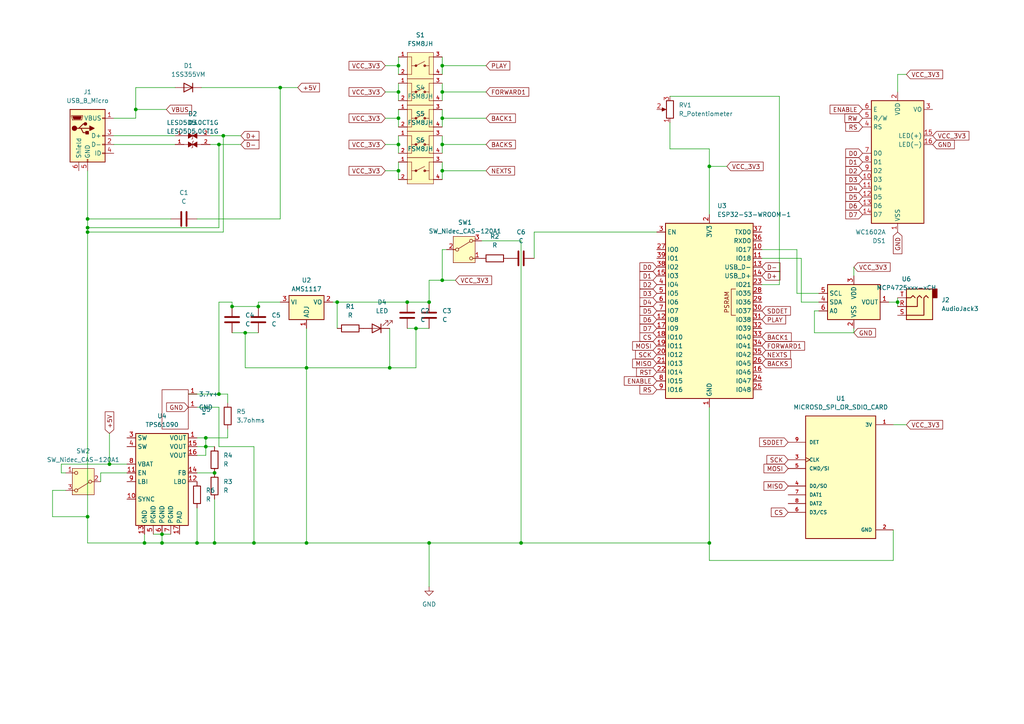
<source format=kicad_sch>
(kicad_sch (version 20250114) (generator "eeschema") (generator_version "9.0")
  (paper "A4")
  (lib_symbols
    (symbol "9373129:9373129"
      (property "Reference" "U" (at 0 0 0))
      (symbol "9373129_0_1"
        (rectangle (start -1.27 -1.27) (end 6.35 -12.7))
      )
      (symbol "9373129_1_1"
        (pin output line (at 6.35 -2.54 0) (length 2.54) (name "3.7v+") (number "1"))
        (pin output line (at 6.35 -6.35 0) (length 2.54) (name "GND") (number "1"))
      )
    )
    (symbol "Analog_DAC:MCP4725xxx-xCH"
      (property "Reference" "U" (at -6.35 6.35 0))
      (property "Value" "MCP4725xxx-xCH" (at 8.89 6.35 0))
      (symbol "MCP4725xxx-xCH_0_1"
        (rectangle (start -7.62 5.08) (end 7.62 -5.08) (stroke (width 0.254)) (fill (type background)))
      )
      (symbol "MCP4725xxx-xCH_1_1"
        (pin input line (at -10.16 2.54 0) (length 2.54) (name "SCL") (number "5"))
        (pin bidirectional line (at -10.16 0 0) (length 2.54) (name "SDA") (number "4"))
        (pin input line (at -10.16 -2.54 0) (length 2.54) (name "A0") (number "6"))
        (pin power_in line (at 0 7.62 270) (length 2.54) (name "VDD") (number "3"))
        (pin power_in line (at 0 -7.62 90) (length 2.54) (name "VSS") (number "2"))
        (pin output line (at 10.16 0 180) (length 2.54) (name "VOUT") (number "1"))
      )
    )
    (symbol "Connector:USB_B_Micro" (pin_names (offset 1.016))
      (property "Reference" "J" (at -5.08 11.43 0))
      (property "Value" "USB_B_Micro" (at -5.08 8.89 0))
      (symbol "USB_B_Micro_0_1"
        (rectangle (start -5.08 -7.62) (end 5.08 7.62) (stroke (width 0.254)) (fill (type background)))
        (polyline (pts (xy -4.699 5.842) (xy -4.699 5.588) (xy -4.445 4.826) (xy -4.445 4.572) (xy -1.651 4.572) (xy -1.651 4.826) (xy -1.397 5.588) (xy -1.397 5.842) (xy -4.699 5.842)))
        (polyline (pts (xy -4.318 5.588) (xy -1.778 5.588) (xy -2.032 4.826) (xy -4.064 4.826) (xy -4.318 5.588)) (fill (type outline)))
        (circle (center -3.81 2.159) (radius 0.635) (stroke (width 0.254)) (fill (type outline)))
        (polyline (pts (xy -3.175 2.159) (xy -2.54 2.159) (xy -1.27 3.429) (xy -0.635 3.429)) (stroke (width 0.254)))
        (polyline (pts (xy -2.54 2.159) (xy -1.905 2.159) (xy -1.27 0.889) (xy 0 0.889)) (stroke (width 0.254)))
        (polyline (pts (xy -1.905 2.159) (xy 0.635 2.159)) (stroke (width 0.254)))
        (circle (center -0.635 3.429) (radius 0.381) (stroke (width 0.254)) (fill (type outline)))
        (rectangle (start -0.127 -7.62) (end 0.127 -6.858))
        (rectangle (start 0.254 1.27) (end -0.508 0.508) (stroke (width 0.254)) (fill (type outline)))
        (polyline (pts (xy 0.635 2.794) (xy 0.635 1.524) (xy 1.905 2.159) (xy 0.635 2.794)) (stroke (width 0.254)) (fill (type outline)))
        (rectangle (start 5.08 4.953) (end 4.318 5.207))
        (rectangle (start 5.08 -0.127) (end 4.318 0.127))
        (rectangle (start 5.08 -2.667) (end 4.318 -2.413))
        (rectangle (start 5.08 -5.207) (end 4.318 -4.953))
      )
      (symbol "USB_B_Micro_1_1"
        (pin passive line (at -2.54 -10.16 90) (length 2.54) (name "Shield") (number "6"))
        (pin power_out line (at 0 -10.16 90) (length 2.54) (name "GND") (number "5"))
        (pin power_out line (at 7.62 5.08 180) (length 2.54) (name "VBUS") (number "1"))
        (pin bidirectional line (at 7.62 0 180) (length 2.54) (name "D+") (number "3"))
        (pin bidirectional line (at 7.62 -2.54 180) (length 2.54) (name "D-") (number "2"))
        (pin passive line (at 7.62 -5.08 180) (length 2.54) (name "ID") (number "4"))
      )
    )
    (symbol "Connector_Audio:AudioJack3"
      (property "Reference" "J" (at 0 8.89 0))
      (property "Value" "AudioJack3" (at 0 6.35 0))
      (symbol "AudioJack3_0_1"
        (rectangle (start -5.08 -5.08) (end -6.35 -2.54) (stroke (width 0.254)) (fill (type outline)))
        (polyline (pts (xy -1.905 -2.54) (xy -1.27 -3.175) (xy -0.635 -2.54) (xy -0.635 0) (xy 2.54 0)) (stroke (width 0.254)))
        (polyline (pts (xy 0 -2.54) (xy 0.635 -3.175) (xy 1.27 -2.54) (xy 2.54 -2.54)) (stroke (width 0.254)))
        (rectangle (start 2.54 3.81) (end -5.08 -5.08) (stroke (width 0.254)) (fill (type background)))
        (polyline (pts (xy 2.54 2.54) (xy -2.54 2.54) (xy -2.54 -2.54) (xy -3.175 -3.175) (xy -3.81 -2.54)) (stroke (width 0.254)))
      )
      (symbol "AudioJack3_1_1"
        (pin passive line (at 5.08 2.54 180) (length 2.54) (name "~") (number "S"))
        (pin passive line (at 5.08 0 180) (length 2.54) (name "~") (number "R"))
        (pin passive line (at 5.08 -2.54 180) (length 2.54) (name "~") (number "T"))
      )
    )
    (symbol "Device:C" (pin_numbers (hide yes)) (pin_names (offset 0.254))
      (property "Reference" "C" (at 0.635 2.54 0))
      (property "Value" "C" (at 0.635 -2.54 0))
      (symbol "C_0_1"
        (polyline (pts (xy -2.032 0.762) (xy 2.032 0.762)) (stroke (width 0.508)))
        (polyline (pts (xy -2.032 -0.762) (xy 2.032 -0.762)) (stroke (width 0.508)))
      )
      (symbol "C_1_1"
        (pin passive line (at 0 3.81 270) (length 2.794) (name "~") (number "1"))
        (pin passive line (at 0 -3.81 90) (length 2.794) (name "~") (number "2"))
      )
    )
    (symbol "Device:LED" (pin_numbers (hide yes)) (pin_names (offset 1.016) (hide yes))
      (property "Reference" "D" (at 0 2.54 0))
      (property "Value" "LED" (at 0 -2.54 0))
      (symbol "LED_0_1"
        (polyline (pts (xy -3.048 -0.762) (xy -4.572 -2.286) (xy -3.81 -2.286) (xy -4.572 -2.286) (xy -4.572 -1.524)))
        (polyline (pts (xy -1.778 -0.762) (xy -3.302 -2.286) (xy -2.54 -2.286) (xy -3.302 -2.286) (xy -3.302 -1.524)))
        (polyline (pts (xy -1.27 0) (xy 1.27 0)))
        (polyline (pts (xy -1.27 -1.27) (xy -1.27 1.27)) (stroke (width 0.254)))
        (polyline (pts (xy 1.27 -1.27) (xy 1.27 1.27) (xy -1.27 0) (xy 1.27 -1.27)) (stroke (width 0.254)))
      )
      (symbol "LED_1_1"
        (pin passive line (at -3.81 0 0) (length 2.54) (name "K") (number "1"))
        (pin passive line (at 3.81 0 180) (length 2.54) (name "A") (number "2"))
      )
    )
    (symbol "Device:R" (pin_numbers (hide yes)) (pin_names (offset 0))
      (property "Reference" "R" (at 2.032 0 90))
      (property "Value" "R" (at 0 0 90))
      (symbol "R_0_1"
        (rectangle (start -1.016 -2.54) (end 1.016 2.54) (stroke (width 0.254)))
      )
      (symbol "R_1_1"
        (pin passive line (at 0 3.81 270) (length 1.27) (name "~") (number "1"))
        (pin passive line (at 0 -3.81 90) (length 1.27) (name "~") (number "2"))
      )
    )
    (symbol "Device:R_Potentiometer" (pin_names (offset 1.016) (hide yes))
      (property "Reference" "RV" (at -4.445 0 90))
      (property "Value" "R_Potentiometer" (at -2.54 0 90))
      (symbol "R_Potentiometer_0_1"
        (rectangle (start 1.016 2.54) (end -1.016 -2.54) (stroke (width 0.254)))
        (polyline (pts (xy 1.143 0) (xy 2.286 0.508) (xy 2.286 -0.508) (xy 1.143 0)) (fill (type outline)))
        (polyline (pts (xy 2.54 0) (xy 1.524 0)))
      )
      (symbol "R_Potentiometer_1_1"
        (pin passive line (at 0 3.81 270) (length 1.27) (name "1") (number "1"))
        (pin passive line (at 0 -3.81 90) (length 1.27) (name "3") (number "3"))
        (pin passive line (at 3.81 0 180) (length 1.27) (name "2") (number "2"))
      )
    )
    (symbol "Diode:1SS355VM" (pin_numbers (hide yes)) (pin_names (hide yes))
      (property "Reference" "D" (at 0 2.54 0))
      (property "Value" "1SS355VM" (at 0 -2.54 0))
      (symbol "1SS355VM_0_1"
        (polyline (pts (xy -1.27 1.27) (xy -1.27 -1.27)) (stroke (width 0.254)))
        (polyline (pts (xy 1.27 1.27) (xy 1.27 -1.27) (xy -1.27 0) (xy 1.27 1.27)) (stroke (width 0.254)))
        (polyline (pts (xy 1.27 0) (xy -1.27 0)))
      )
      (symbol "1SS355VM_1_1"
        (pin passive line (at -3.81 0 0) (length 2.54) (name "K") (number "1"))
        (pin passive line (at 3.81 0 180) (length 2.54) (name "A") (number "2"))
      )
    )
    (symbol "Display_Character:WC1602A"
      (property "Reference" "DS" (at -5.842 19.05 0))
      (property "Value" "WC1602A" (at 5.334 19.05 0))
      (symbol "WC1602A_1_1"
        (rectangle (start -7.62 17.78) (end 7.62 -17.78) (stroke (width 0.254)) (fill (type background)))
        (pin input line (at -10.16 15.24 0) (length 2.54) (name "E") (number "6"))
        (pin input line (at -10.16 12.7 0) (length 2.54) (name "R/W") (number "5"))
        (pin input line (at -10.16 10.16 0) (length 2.54) (name "RS") (number "4"))
        (pin input line (at -10.16 2.54 0) (length 2.54) (name "D0") (number "7"))
        (pin input line (at -10.16 0 0) (length 2.54) (name "D1") (number "8"))
        (pin input line (at -10.16 -2.54 0) (length 2.54) (name "D2") (number "9"))
        (pin input line (at -10.16 -5.08 0) (length 2.54) (name "D3") (number "10"))
        (pin input line (at -10.16 -7.62 0) (length 2.54) (name "D4") (number "11"))
        (pin input line (at -10.16 -10.16 0) (length 2.54) (name "D5") (number "12"))
        (pin input line (at -10.16 -12.7 0) (length 2.54) (name "D6") (number "13"))
        (pin input line (at -10.16 -15.24 0) (length 2.54) (name "D7") (number "14"))
        (pin power_in line (at 0 20.32 270) (length 2.54) (name "VDD") (number "2"))
        (pin power_in line (at 0 -20.32 90) (length 2.54) (name "VSS") (number "1"))
        (pin input line (at 10.16 15.24 180) (length 2.54) (name "VO") (number "3"))
        (pin power_in line (at 10.16 7.62 180) (length 2.54) (name "LED(+)") (number "15"))
        (pin power_in line (at 10.16 5.08 180) (length 2.54) (name "LED(-)") (number "16"))
      )
    )
    (symbol "FSM8JH:FSM8JH" (pin_names (offset 1.016))
      (property "Reference" "S" (at -4.3222 4.068 0))
      (property "Value" "FSM8JH" (at -4.0644 -5.3346 0))
      (symbol "FSM8JH_0_0"
        (polyline (pts (xy -3.81 2.54) (xy -2.54 2.54)) (stroke (width 0.127)))
        (rectangle (start -3.81 -3.81) (end 3.81 3.81) (stroke (width 0.127)) (fill (type background)))
        (polyline (pts (xy -2.54 2.54) (xy -2.54 -2.54)) (stroke (width 0.127)))
        (polyline (pts (xy -2.54 0) (xy -1.27 0)) (stroke (width 0.127)))
        (polyline (pts (xy -2.54 -2.54) (xy -3.81 -2.54)) (stroke (width 0.127)))
        (circle (center -1.27 0) (radius 0.254) (stroke (width 0.2159)))
        (polyline (pts (xy -1.27 0) (xy 1.27 1.27)) (stroke (width 0.127)))
        (polyline (pts (xy 1.27 0) (xy 2.54 0)) (stroke (width 0.127)))
        (circle (center 1.27 0) (radius 0.254) (stroke (width 0.2159)))
        (polyline (pts (xy 2.54 2.54) (xy 2.54 -2.54)) (stroke (width 0.127)))
        (polyline (pts (xy 2.54 -2.54) (xy 3.81 -2.54)) (stroke (width 0.127)))
        (polyline (pts (xy 3.81 2.54) (xy 2.54 2.54)) (stroke (width 0.127)))
        (pin passive line (at -6.35 2.54 0) (length 2.54) (name "~") (number "1"))
        (pin passive line (at -6.35 -2.54 0) (length 2.54) (name "~") (number "2"))
        (pin passive line (at 6.35 2.54 180) (length 2.54) (name "~") (number "3"))
        (pin passive line (at 6.35 -2.54 180) (length 2.54) (name "~") (number "4"))
      )
    )
    (symbol "LESD5D5.0CT1G:LESD5D5.0CT1G" (pin_names (offset 1.016))
      (property "Reference" "D" (at -5.08 2.54 0))
      (property "Value" "LESD5D5.0CT1G" (at -5.08 -5.08 0))
      (symbol "LESD5D5.0CT1G_0_0"
        (polyline (pts (xy -1.27 0) (xy -2.54 0)) (stroke (width 0.1524)))
        (polyline (pts (xy 0 0.762) (xy 0.254 1.016)) (stroke (width 0.1524)))
        (polyline (pts (xy 0 0) (xy -1.27 -0.762) (xy -1.27 0.762) (xy 0 0)) (stroke (width 0.1524)) (fill (type outline)))
        (polyline (pts (xy 0 0) (xy 1.27 0.762) (xy 1.27 -0.762) (xy 0 0)) (stroke (width 0.1524)) (fill (type outline)))
        (polyline (pts (xy 0 -0.762) (xy -0.254 -1.016)) (stroke (width 0.1524)))
        (polyline (pts (xy 0 -0.762) (xy 0 0.762)) (stroke (width 0.1524)))
        (polyline (pts (xy 1.27 0) (xy 2.54 0)) (stroke (width 0.1524)))
        (pin passive line (at -5.08 0 0) (length 2.54) (name "~") (number "1"))
        (pin passive line (at 5.08 0 180) (length 2.54) (name "~") (number "2"))
      )
    )
    (symbol "MICROSD_SPI_OR_SDIO_CARD:MICROSD_SPI_OR_SDIO_CARD" (pin_names (offset 1.016))
      (property "Reference" "U" (at -10.16 18.542 0))
      (property "Value" "MICROSD_SPI_OR_SDIO_CARD" (at -10.16 -20.32 0))
      (symbol "MICROSD_SPI_OR_SDIO_CARD_0_0"
        (rectangle (start -10.16 -17.78) (end 10.16 17.78) (stroke (width 0.254)) (fill (type background)))
        (pin input line (at -15.24 10.16 0) (length 5.08) (name "DET") (number "9"))
        (pin input clock (at -15.24 5.08 0) (length 5.08) (name "CLK") (number "3"))
        (pin bidirectional line (at -15.24 2.54 0) (length 5.08) (name "CMD/SI") (number "5"))
        (pin bidirectional line (at -15.24 -2.54 0) (length 5.08) (name "D0/SO") (number "4"))
        (pin bidirectional line (at -15.24 -5.08 0) (length 5.08) (name "DAT1") (number "7"))
        (pin bidirectional line (at -15.24 -7.62 0) (length 5.08) (name "DAT2") (number "8"))
        (pin bidirectional line (at -15.24 -10.16 0) (length 5.08) (name "D3/CS") (number "6"))
        (pin power_in line (at 15.24 15.24 180) (length 5.08) (name "3V") (number "1"))
        (pin power_in line (at 15.24 -15.24 180) (length 5.08) (name "GND") (number "2"))
      )
    )
    (symbol "RF_Module:ESP32-S3-WROOM-1"
      (property "Reference" "U" (at -12.7 26.67 0))
      (property "Value" "ESP32-S3-WROOM-1" (at 12.7 26.67 0))
      (symbol "ESP32-S3-WROOM-1_0_0"
        (rectangle (start -12.7 25.4) (end 12.7 -25.4) (stroke (width 0.254)) (fill (type background)))
        (text "PSRAM" (at 5.08 2.54 900) (effects (font (size 1.27 1.27))))
      )
      (symbol "ESP32-S3-WROOM-1_0_1"
        (polyline (pts (xy 7.62 -1.27) (xy 6.35 -1.27) (xy 6.35 6.35) (xy 7.62 6.35)))
      )
      (symbol "ESP32-S3-WROOM-1_1_1"
        (pin input line (at -15.24 22.86 0) (length 2.54) (name "EN") (number "3"))
        (pin bidirectional line (at -15.24 17.78 0) (length 2.54) (name "IO0") (number "27"))
        (pin bidirectional line (at -15.24 15.24 0) (length 2.54) (name "IO1") (number "39"))
        (pin bidirectional line (at -15.24 12.7 0) (length 2.54) (name "IO2") (number "38"))
        (pin bidirectional line (at -15.24 10.16 0) (length 2.54) (name "IO3") (number "15"))
        (pin bidirectional line (at -15.24 7.62 0) (length 2.54) (name "IO4") (number "4"))
        (pin bidirectional line (at -15.24 5.08 0) (length 2.54) (name "IO5") (number "5"))
        (pin bidirectional line (at -15.24 2.54 0) (length 2.54) (name "IO6") (number "6"))
        (pin bidirectional line (at -15.24 0 0) (length 2.54) (name "IO7") (number "7"))
        (pin bidirectional line (at -15.24 -2.54 0) (length 2.54) (name "IO8") (number "12"))
        (pin bidirectional line (at -15.24 -5.08 0) (length 2.54) (name "IO9") (number "17"))
        (pin bidirectional line (at -15.24 -7.62 0) (length 2.54) (name "IO10") (number "18"))
        (pin bidirectional line (at -15.24 -10.16 0) (length 2.54) (name "IO11") (number "19"))
        (pin bidirectional line (at -15.24 -12.7 0) (length 2.54) (name "IO12") (number "20"))
        (pin bidirectional line (at -15.24 -15.24 0) (length 2.54) (name "IO13") (number "21"))
        (pin bidirectional line (at -15.24 -17.78 0) (length 2.54) (name "IO14") (number "22"))
        (pin bidirectional line (at -15.24 -20.32 0) (length 2.54) (name "IO15") (number "8"))
        (pin bidirectional line (at -15.24 -22.86 0) (length 2.54) (name "IO16") (number "9"))
        (pin power_in line (at 0 27.94 270) (length 2.54) (name "3V3") (number "2"))
        (pin power_in line (at 0 -27.94 90) (length 2.54) (name "GND") (number "1"))
        (pin passive line (at 0 -27.94 90) (length 2.54) (hide yes) (name "GND") (number "40"))
        (pin passive line (at 0 -27.94 90) (length 2.54) (hide yes) (name "GND") (number "41"))
        (pin bidirectional line (at 15.24 22.86 180) (length 2.54) (name "TXD0") (number "37"))
        (pin bidirectional line (at 15.24 20.32 180) (length 2.54) (name "RXD0") (number "36"))
        (pin bidirectional line (at 15.24 17.78 180) (length 2.54) (name "IO17") (number "10"))
        (pin bidirectional line (at 15.24 15.24 180) (length 2.54) (name "IO18") (number "11"))
        (pin bidirectional line (at 15.24 12.7 180) (length 2.54) (name "USB_D-") (number "13"))
        (pin bidirectional line (at 15.24 10.16 180) (length 2.54) (name "USB_D+") (number "14"))
        (pin bidirectional line (at 15.24 7.62 180) (length 2.54) (name "IO21") (number "23"))
        (pin bidirectional line (at 15.24 5.08 180) (length 2.54) (name "IO35") (number "28"))
        (pin bidirectional line (at 15.24 2.54 180) (length 2.54) (name "IO36") (number "29"))
        (pin bidirectional line (at 15.24 0 180) (length 2.54) (name "IO37") (number "30"))
        (pin bidirectional line (at 15.24 -2.54 180) (length 2.54) (name "IO38") (number "31"))
        (pin bidirectional line (at 15.24 -5.08 180) (length 2.54) (name "IO39") (number "32"))
        (pin bidirectional line (at 15.24 -7.62 180) (length 2.54) (name "IO40") (number "33"))
        (pin bidirectional line (at 15.24 -10.16 180) (length 2.54) (name "IO41") (number "34"))
        (pin bidirectional line (at 15.24 -12.7 180) (length 2.54) (name "IO42") (number "35"))
        (pin bidirectional line (at 15.24 -15.24 180) (length 2.54) (name "IO45") (number "26"))
        (pin bidirectional line (at 15.24 -17.78 180) (length 2.54) (name "IO46") (number "16"))
        (pin bidirectional line (at 15.24 -20.32 180) (length 2.54) (name "IO47") (number "24"))
        (pin bidirectional line (at 15.24 -22.86 180) (length 2.54) (name "IO48") (number "25"))
      )
    )
    (symbol "Regulator_Linear:AMS1117"
      (property "Reference" "U" (at -3.81 3.175 0))
      (property "Value" "AMS1117" (at 0 3.175 0))
      (symbol "AMS1117_0_1"
        (rectangle (start -5.08 -5.08) (end 5.08 1.905) (stroke (width 0.254)) (fill (type background)))
      )
      (symbol "AMS1117_1_1"
        (pin power_in line (at -7.62 0 0) (length 2.54) (name "VI") (number "3"))
        (pin input line (at 0 -7.62 90) (length 2.54) (name "ADJ") (number "1"))
        (pin power_out line (at 7.62 0 180) (length 2.54) (name "VO") (number "2"))
      )
    )
    (symbol "Regulator_Switching:TPS61090"
      (property "Reference" "U" (at -7.62 15.24 0))
      (property "Value" "TPS61090" (at 1.27 15.24 0))
      (symbol "TPS61090_0_0"
        (pin passive line (at -10.16 12.7 0) (length 2.54) (name "SW") (number "3"))
        (pin passive line (at -10.16 10.16 0) (length 2.54) (name "SW") (number "4"))
        (pin power_in line (at -10.16 5.08 0) (length 2.54) (name "VBAT") (number "8"))
        (pin input line (at -10.16 2.54 0) (length 2.54) (name "EN") (number "11"))
        (pin input line (at -10.16 0 0) (length 2.54) (name "LBI") (number "9"))
        (pin input line (at -10.16 -5.08 0) (length 2.54) (name "SYNC") (number "10"))
        (pin power_in line (at -5.08 -15.24 90) (length 2.54) (name "GND") (number "13"))
        (pin power_in line (at -2.54 -15.24 90) (length 2.54) (name "PGND") (number "5"))
        (pin power_in line (at 0 -15.24 90) (length 2.54) (name "PGND") (number "6"))
        (pin power_in line (at 2.54 -15.24 90) (length 2.54) (name "PGND") (number "7"))
        (pin power_in line (at 5.08 -15.24 90) (length 2.54) (name "PAD") (number "17"))
        (pin power_out line (at 10.16 12.7 180) (length 2.54) (name "VOUT") (number "1"))
        (pin passive line (at 10.16 10.16 180) (length 2.54) (name "VOUT") (number "15"))
        (pin passive line (at 10.16 7.62 180) (length 2.54) (name "VOUT") (number "16"))
        (pin input line (at 10.16 2.54 180) (length 2.54) (name "FB") (number "14"))
        (pin open_collector line (at 10.16 0 180) (length 2.54) (name "LBO") (number "12"))
        (pin no_connect line (at 10.16 -5.08 180) (length 2.54) (hide yes) (name "NC") (number "2"))
      )
      (symbol "TPS61090_0_1"
        (rectangle (start -7.62 13.97) (end 7.62 -12.7) (stroke (width 0.254)) (fill (type background)))
      )
    )
    (symbol "Switch:SW_Nidec_CAS-120A1" (pin_names (offset 1) (hide yes))
      (property "Reference" "SW" (at 0 4.318 0))
      (property "Value" "SW_Nidec_CAS-120A1" (at 0 -5.08 0))
      (symbol "SW_Nidec_CAS-120A1_0_1"
        (circle (center -2.032 0) (radius 0.4572))
        (polyline (pts (xy -1.651 0.254) (xy 1.651 2.286)))
        (circle (center 2.032 2.54) (radius 0.4572))
        (circle (center 2.032 -2.54) (radius 0.4572))
      )
      (symbol "SW_Nidec_CAS-120A1_1_1"
        (rectangle (start -3.175 3.81) (end 3.175 -3.81) (fill (type background)))
        (pin passive line (at -5.08 0 0) (length 2.54) (name "B") (number "2"))
        (pin passive line (at 5.08 2.54 180) (length 2.54) (name "A") (number "3"))
        (pin passive line (at 5.08 -2.54 180) (length 2.54) (name "C") (number "1"))
      )
    )
    (symbol "power:GND" (power) (pin_numbers (hide yes)) (pin_names (offset 0) (hide yes))
      (property "Value" "GND" (at 0 -3.81 0))
      (symbol "GND_0_1"
        (polyline (pts (xy 0 0) (xy 0 -1.27) (xy 1.27 -1.27) (xy 0 -2.54) (xy -1.27 -1.27) (xy 0 -1.27)))
      )
      (symbol "GND_1_1"
        (pin power_in line (at 0 0 270) (length 0) (name "~") (number "1"))
      )
    )
  )
  (junction (at 57.15 157.48))
  (junction (at 151.13 157.48))
  (junction (at 67.31 88.9))
  (junction (at 260.35 87.63))
  (junction (at 25.4 66.04))
  (junction (at 115.57 19.05))
  (junction (at 128.27 49.53))
  (junction (at 118.11 87.63))
  (junction (at 74.93 88.9))
  (junction (at 115.57 49.53))
  (junction (at 81.28 25.4))
  (junction (at 62.23 137.16))
  (junction (at 128.27 81.28))
  (junction (at 124.46 157.48))
  (junction (at 88.9 157.48))
  (junction (at 46.99 154.94))
  (junction (at 25.4 67.31))
  (junction (at 115.57 26.67))
  (junction (at 128.27 34.29))
  (junction (at 25.4 63.5))
  (junction (at 128.27 19.05))
  (junction (at 71.12 96.52))
  (junction (at 59.69 127))
  (junction (at 63.5 41.91))
  (junction (at 73.66 157.48))
  (junction (at 88.9 106.68))
  (junction (at 115.57 34.29))
  (junction (at 39.37 31.75))
  (junction (at 64.77 39.37))
  (junction (at 59.69 129.54))
  (junction (at 63.5 114.3))
  (junction (at 128.27 41.91))
  (junction (at 205.74 48.26))
  (junction (at 205.74 157.48))
  (junction (at 120.65 95.25))
  (junction (at 128.27 26.67))
  (junction (at 113.03 106.68))
  (junction (at 124.46 87.63))
  (junction (at 46.99 157.48))
  (junction (at 115.57 41.91))
  (junction (at 62.23 157.48))
  (junction (at 31.75 134.62))
  (junction (at 41.91 157.48))
  (junction (at 25.4 149.86))
  (junction (at 97.79 87.63))
  (wire (pts (xy 97.79 87.63) (xy 118.11 87.63)))
  (wire (pts (xy 128.27 41.91) (xy 140.97 41.91)))
  (wire (pts (xy 41.91 154.94) (xy 41.91 157.48)))
  (wire (pts (xy 128.27 81.28) (xy 128.27 72.39)))
  (wire (pts (xy 124.46 87.63) (xy 124.46 81.28)))
  (wire (pts (xy 66.04 114.3) (xy 66.04 116.84)))
  (wire (pts (xy 25.4 63.5) (xy 49.53 63.5)))
  (wire (pts (xy 247.65 96.52) (xy 247.65 95.25)))
  (wire (pts (xy 33.02 34.29) (xy 39.37 34.29)))
  (wire (pts (xy 57.15 147.32) (xy 57.15 157.48)))
  (wire (pts (xy 128.27 49.53) (xy 128.27 52.07)))
  (wire (pts (xy 25.4 63.5) (xy 25.4 66.04)))
  (wire (pts (xy 128.27 41.91) (xy 128.27 44.45)))
  (wire (pts (xy 17.78 137.16) (xy 17.78 134.62)))
  (wire (pts (xy 236.22 90.17) (xy 237.49 90.17)))
  (wire (pts (xy 205.74 118.11) (xy 205.74 157.48)))
  (wire (pts (xy 59.69 127) (xy 66.04 127)))
  (wire (pts (xy 19.05 142.24) (xy 15.24 142.24)))
  (wire (pts (xy 39.37 31.75) (xy 39.37 25.4)))
  (wire (pts (xy 128.27 16.51) (xy 128.27 19.05)))
  (wire (pts (xy 29.21 137.16) (xy 29.21 139.7)))
  (wire (pts (xy 15.24 142.24) (xy 15.24 149.86)))
  (wire (pts (xy 220.98 82.55) (xy 226.06 82.55)))
  (wire (pts (xy 39.37 25.4) (xy 50.8 25.4)))
  (wire (pts (xy 57.15 157.48) (xy 62.23 157.48)))
  (wire (pts (xy 120.65 106.68) (xy 120.65 95.25)))
  (wire (pts (xy 25.4 149.86) (xy 25.4 157.48)))
  (wire (pts (xy 231.14 72.39) (xy 231.14 85.09)))
  (wire (pts (xy 232.41 87.63) (xy 237.49 87.63)))
  (wire (pts (xy 124.46 157.48) (xy 151.13 157.48)))
  (wire (pts (xy 67.31 87.63) (xy 67.31 88.9)))
  (wire (pts (xy 262.89 123.19) (xy 259.08 123.19)))
  (wire (pts (xy 64.77 39.37) (xy 69.85 39.37)))
  (wire (pts (xy 63.5 87.63) (xy 63.5 114.3)))
  (wire (pts (xy 115.57 24.13) (xy 115.57 26.67)))
  (wire (pts (xy 25.4 49.53) (xy 25.4 63.5)))
  (wire (pts (xy 86.36 25.4) (xy 81.28 25.4)))
  (wire (pts (xy 66.04 124.46) (xy 66.04 127)))
  (wire (pts (xy 128.27 26.67) (xy 140.97 26.67)))
  (wire (pts (xy 59.69 132.08) (xy 59.69 129.54)))
  (wire (pts (xy 60.96 41.91) (xy 63.5 41.91)))
  (wire (pts (xy 111.76 49.53) (xy 115.57 49.53)))
  (wire (pts (xy 151.13 69.85) (xy 151.13 157.48)))
  (wire (pts (xy 33.02 39.37) (xy 50.8 39.37)))
  (wire (pts (xy 63.5 129.54) (xy 73.66 129.54)))
  (wire (pts (xy 63.5 87.63) (xy 67.31 87.63)))
  (wire (pts (xy 118.11 87.63) (xy 124.46 87.63)))
  (wire (pts (xy 111.76 26.67) (xy 115.57 26.67)))
  (wire (pts (xy 154.94 67.31) (xy 190.5 67.31)))
  (wire (pts (xy 113.03 95.25) (xy 113.03 106.68)))
  (wire (pts (xy 62.23 157.48) (xy 73.66 157.48)))
  (wire (pts (xy 115.57 39.37) (xy 115.57 41.91)))
  (wire (pts (xy 257.81 87.63) (xy 260.35 87.63)))
  (wire (pts (xy 36.83 137.16) (xy 29.21 137.16)))
  (wire (pts (xy 128.27 72.39) (xy 129.54 72.39)))
  (wire (pts (xy 231.14 85.09) (xy 237.49 85.09)))
  (wire (pts (xy 220.98 72.39) (xy 231.14 72.39)))
  (wire (pts (xy 124.46 170.18) (xy 124.46 157.48)))
  (wire (pts (xy 124.46 81.28) (xy 128.27 81.28)))
  (wire (pts (xy 262.89 21.59) (xy 260.35 21.59)))
  (wire (pts (xy 115.57 19.05) (xy 115.57 16.51)))
  (wire (pts (xy 139.7 69.85) (xy 151.13 69.85)))
  (wire (pts (xy 39.37 31.75) (xy 48.26 31.75)))
  (wire (pts (xy 73.66 129.54) (xy 73.66 157.48)))
  (wire (pts (xy 88.9 95.25) (xy 88.9 106.68)))
  (wire (pts (xy 226.06 27.94) (xy 226.06 82.55)))
  (wire (pts (xy 205.74 162.56) (xy 205.74 157.48)))
  (wire (pts (xy 60.96 39.37) (xy 64.77 39.37)))
  (wire (pts (xy 31.75 134.62) (xy 36.83 134.62)))
  (wire (pts (xy 15.24 149.86) (xy 25.4 149.86)))
  (wire (pts (xy 88.9 106.68) (xy 88.9 157.48)))
  (wire (pts (xy 128.27 19.05) (xy 140.97 19.05)))
  (wire (pts (xy 63.5 118.11) (xy 63.5 129.54)))
  (wire (pts (xy 260.35 86.36) (xy 260.35 87.63)))
  (wire (pts (xy 128.27 24.13) (xy 128.27 26.67)))
  (wire (pts (xy 260.35 87.63) (xy 260.35 88.9)))
  (wire (pts (xy 210.82 48.26) (xy 205.74 48.26)))
  (wire (pts (xy 236.22 96.52) (xy 247.65 96.52)))
  (wire (pts (xy 205.74 48.26) (xy 205.74 62.23)))
  (wire (pts (xy 19.05 137.16) (xy 17.78 137.16)))
  (wire (pts (xy 17.78 134.62) (xy 31.75 134.62)))
  (wire (pts (xy 63.5 41.91) (xy 69.85 41.91)))
  (wire (pts (xy 88.9 157.48) (xy 124.46 157.48)))
  (wire (pts (xy 57.15 118.11) (xy 63.5 118.11)))
  (wire (pts (xy 67.31 96.52) (xy 71.12 96.52)))
  (wire (pts (xy 39.37 34.29) (xy 39.37 31.75)))
  (wire (pts (xy 128.27 31.75) (xy 128.27 34.29)))
  (wire (pts (xy 115.57 19.05) (xy 115.57 21.59)))
  (wire (pts (xy 64.77 39.37) (xy 64.77 67.31)))
  (wire (pts (xy 128.27 81.28) (xy 132.08 81.28)))
  (wire (pts (xy 259.08 162.56) (xy 259.08 153.67)))
  (wire (pts (xy 120.65 95.25) (xy 124.46 95.25)))
  (wire (pts (xy 57.15 129.54) (xy 59.69 129.54)))
  (wire (pts (xy 44.45 154.94) (xy 46.99 154.94)))
  (wire (pts (xy 41.91 157.48) (xy 46.99 157.48)))
  (wire (pts (xy 63.5 66.04) (xy 25.4 66.04)))
  (wire (pts (xy 74.93 88.9) (xy 74.93 87.63)))
  (wire (pts (xy 194.31 27.94) (xy 226.06 27.94)))
  (wire (pts (xy 128.27 46.99) (xy 128.27 49.53)))
  (wire (pts (xy 115.57 46.99) (xy 115.57 49.53)))
  (wire (pts (xy 260.35 21.59) (xy 260.35 26.67)))
  (wire (pts (xy 205.74 43.18) (xy 205.74 48.26)))
  (wire (pts (xy 115.57 49.53) (xy 115.57 52.07)))
  (wire (pts (xy 205.74 162.56) (xy 259.08 162.56)))
  (wire (pts (xy 64.77 67.31) (xy 25.4 67.31)))
  (wire (pts (xy 96.52 87.63) (xy 97.79 87.63)))
  (wire (pts (xy 128.27 49.53) (xy 140.97 49.53)))
  (wire (pts (xy 247.65 77.47) (xy 247.65 80.01)))
  (wire (pts (xy 67.31 88.9) (xy 74.93 88.9)))
  (wire (pts (xy 115.57 34.29) (xy 115.57 36.83)))
  (wire (pts (xy 128.27 39.37) (xy 128.27 41.91)))
  (wire (pts (xy 54.61 114.3) (xy 63.5 114.3)))
  (wire (pts (xy 115.57 41.91) (xy 115.57 44.45)))
  (wire (pts (xy 81.28 25.4) (xy 81.28 63.5)))
  (wire (pts (xy 113.03 106.68) (xy 120.65 106.68)))
  (wire (pts (xy 71.12 96.52) (xy 74.93 96.52)))
  (wire (pts (xy 57.15 137.16) (xy 62.23 137.16)))
  (wire (pts (xy 113.03 106.68) (xy 88.9 106.68)))
  (wire (pts (xy 57.15 127) (xy 59.69 127)))
  (wire (pts (xy 111.76 41.91) (xy 115.57 41.91)))
  (wire (pts (xy 63.5 114.3) (xy 66.04 114.3)))
  (wire (pts (xy 25.4 66.04) (xy 25.4 67.31)))
  (wire (pts (xy 63.5 41.91) (xy 63.5 66.04)))
  (wire (pts (xy 59.69 129.54) (xy 59.69 127)))
  (wire (pts (xy 97.79 87.63) (xy 97.79 95.25)))
  (wire (pts (xy 31.75 125.73) (xy 31.75 134.62)))
  (wire (pts (xy 46.99 157.48) (xy 57.15 157.48)))
  (wire (pts (xy 46.99 154.94) (xy 46.99 157.48)))
  (wire (pts (xy 128.27 26.67) (xy 128.27 29.21)))
  (wire (pts (xy 71.12 96.52) (xy 71.12 106.68)))
  (wire (pts (xy 25.4 67.31) (xy 25.4 149.86)))
  (wire (pts (xy 154.94 74.93) (xy 154.94 67.31)))
  (wire (pts (xy 151.13 157.48) (xy 205.74 157.48)))
  (wire (pts (xy 194.31 43.18) (xy 205.74 43.18)))
  (wire (pts (xy 115.57 26.67) (xy 115.57 29.21)))
  (wire (pts (xy 62.23 144.78) (xy 62.23 157.48)))
  (wire (pts (xy 111.76 34.29) (xy 115.57 34.29)))
  (wire (pts (xy 33.02 41.91) (xy 50.8 41.91)))
  (wire (pts (xy 25.4 157.48) (xy 41.91 157.48)))
  (wire (pts (xy 71.12 106.68) (xy 88.9 106.68)))
  (wire (pts (xy 220.98 74.93) (xy 232.41 74.93)))
  (wire (pts (xy 128.27 34.29) (xy 140.97 34.29)))
  (wire (pts (xy 74.93 87.63) (xy 81.28 87.63)))
  (wire (pts (xy 111.76 19.05) (xy 115.57 19.05)))
  (wire (pts (xy 128.27 34.29) (xy 128.27 36.83)))
  (wire (pts (xy 46.99 154.94) (xy 49.53 154.94)))
  (wire (pts (xy 232.41 74.93) (xy 232.41 87.63)))
  (wire (pts (xy 194.31 35.56) (xy 194.31 43.18)))
  (wire (pts (xy 236.22 90.17) (xy 236.22 96.52)))
  (wire (pts (xy 128.27 19.05) (xy 128.27 21.59)))
  (wire (pts (xy 73.66 157.48) (xy 88.9 157.48)))
  (wire (pts (xy 57.15 63.5) (xy 81.28 63.5)))
  (wire (pts (xy 81.28 25.4) (xy 58.42 25.4)))
  (wire (pts (xy 59.69 129.54) (xy 62.23 129.54)))
  (wire (pts (xy 118.11 95.25) (xy 120.65 95.25)))
  (wire (pts (xy 57.15 132.08) (xy 59.69 132.08)))
  (wire (pts (xy 115.57 31.75) (xy 115.57 34.29)))
  (global_label "NEXTS" (shape input) (at 220.98 102.87 0) (property "Intersheetrefs" "${INTERSHEET_REFS}" (effects (hide yes))))
  (global_label "D6" (shape input) (at 250.19 59.69 180) (property "Intersheetrefs" "${INTERSHEET_REFS}" (effects (hide yes))))
  (global_label "VCC_3V3" (shape input) (at 132.08 81.28 0) (property "Intersheetrefs" "${INTERSHEET_REFS}" (effects (hide yes))))
  (global_label "VCC_3V3" (shape input) (at 262.89 123.19 0) (property "Intersheetrefs" "${INTERSHEET_REFS}" (effects (hide yes))))
  (global_label "D4" (shape input) (at 190.5 87.63 180) (property "Intersheetrefs" "${INTERSHEET_REFS}" (effects (hide yes))))
  (global_label "GND" (shape input) (at 270.51 41.91 0) (property "Intersheetrefs" "${INTERSHEET_REFS}" (effects (hide yes))))
  (global_label "VBUS" (shape input) (at 48.26 31.75 0) (property "Intersheetrefs" "${INTERSHEET_REFS}" (effects (hide yes))))
  (global_label "D2" (shape input) (at 190.5 82.55 180) (property "Intersheetrefs" "${INTERSHEET_REFS}" (effects (hide yes))))
  (global_label "D-" (shape input) (at 220.98 77.47 0) (property "Intersheetrefs" "${INTERSHEET_REFS}" (effects (hide yes))))
  (global_label "VCC_3V3" (shape input) (at 111.76 41.91 180) (property "Intersheetrefs" "${INTERSHEET_REFS}" (effects (hide yes))))
  (global_label "GND" (shape input) (at 247.65 96.52 0) (property "Intersheetrefs" "${INTERSHEET_REFS}" (effects (hide yes))))
  (global_label "MISO" (shape input) (at 190.5 105.41 180) (property "Intersheetrefs" "${INTERSHEET_REFS}" (effects (hide yes))))
  (global_label "VCC_3V3" (shape input) (at 247.65 77.47 0) (property "Intersheetrefs" "${INTERSHEET_REFS}" (effects (hide yes))))
  (global_label "FORWARD1" (shape input) (at 220.98 100.33 0) (property "Intersheetrefs" "${INTERSHEET_REFS}" (effects (hide yes))))
  (global_label "D0" (shape input) (at 250.19 44.45 180) (property "Intersheetrefs" "${INTERSHEET_REFS}" (effects (hide yes))))
  (global_label "+5V" (shape input) (at 86.36 25.4 0) (property "Intersheetrefs" "${INTERSHEET_REFS}" (effects (hide yes))))
  (global_label "SDDET" (shape input) (at 220.98 90.17 0) (property "Intersheetrefs" "${INTERSHEET_REFS}" (effects (hide yes))))
  (global_label "BACK1" (shape input) (at 140.97 34.29 0) (property "Intersheetrefs" "${INTERSHEET_REFS}" (effects (hide yes))))
  (global_label "PLAY" (shape input) (at 220.98 92.71 0) (property "Intersheetrefs" "${INTERSHEET_REFS}" (effects (hide yes))))
  (global_label "D2" (shape input) (at 250.19 49.53 180) (property "Intersheetrefs" "${INTERSHEET_REFS}" (effects (hide yes))))
  (global_label "+5V" (shape input) (at 31.75 125.73 90) (property "Intersheetrefs" "${INTERSHEET_REFS}" (effects (hide yes))))
  (global_label "D5" (shape input) (at 250.19 57.15 180) (property "Intersheetrefs" "${INTERSHEET_REFS}" (effects (hide yes))))
  (global_label "BACKS" (shape input) (at 140.97 41.91 0) (property "Intersheetrefs" "${INTERSHEET_REFS}" (effects (hide yes))))
  (global_label "VCC_3V3" (shape input) (at 111.76 26.67 180) (property "Intersheetrefs" "${INTERSHEET_REFS}" (effects (hide yes))))
  (global_label "ENABLE" (shape input) (at 190.5 110.49 180) (property "Intersheetrefs" "${INTERSHEET_REFS}" (effects (hide yes))))
  (global_label "PLAY" (shape input) (at 140.97 19.05 0) (property "Intersheetrefs" "${INTERSHEET_REFS}" (effects (hide yes))))
  (global_label "MOSI" (shape input) (at 190.5 100.33 180) (property "Intersheetrefs" "${INTERSHEET_REFS}" (effects (hide yes))))
  (global_label "VCC_3V3" (shape input) (at 111.76 34.29 180) (property "Intersheetrefs" "${INTERSHEET_REFS}" (effects (hide yes))))
  (global_label "VCC_3V3" (shape input) (at 210.82 48.26 0) (property "Intersheetrefs" "${INTERSHEET_REFS}" (effects (hide yes))))
  (global_label "NEXTS" (shape input) (at 140.97 49.53 0) (property "Intersheetrefs" "${INTERSHEET_REFS}" (effects (hide yes))))
  (global_label "RST" (shape input) (at 190.5 107.95 180) (property "Intersheetrefs" "${INTERSHEET_REFS}" (effects (hide yes))))
  (global_label "CS" (shape input) (at 228.6 148.59 180) (property "Intersheetrefs" "${INTERSHEET_REFS}" (effects (hide yes))))
  (global_label "D7" (shape input) (at 190.5 95.25 180) (property "Intersheetrefs" "${INTERSHEET_REFS}" (effects (hide yes))))
  (global_label "ENABLE" (shape input) (at 250.19 31.75 180) (property "Intersheetrefs" "${INTERSHEET_REFS}" (effects (hide yes))))
  (global_label "D7" (shape input) (at 250.19 62.23 180) (property "Intersheetrefs" "${INTERSHEET_REFS}" (effects (hide yes))))
  (global_label "D6" (shape input) (at 190.5 92.71 180) (property "Intersheetrefs" "${INTERSHEET_REFS}" (effects (hide yes))))
  (global_label "BACK1" (shape input) (at 220.98 97.79 0) (property "Intersheetrefs" "${INTERSHEET_REFS}" (effects (hide yes))))
  (global_label "MOSI" (shape input) (at 228.6 135.89 180) (property "Intersheetrefs" "${INTERSHEET_REFS}" (effects (hide yes))))
  (global_label "RS" (shape input) (at 250.19 36.83 180) (property "Intersheetrefs" "${INTERSHEET_REFS}" (effects (hide yes))))
  (global_label "D-" (shape input) (at 69.85 41.91 0) (property "Intersheetrefs" "${INTERSHEET_REFS}" (effects (hide yes))))
  (global_label "VCC_3V3" (shape input) (at 262.89 21.59 0) (property "Intersheetrefs" "${INTERSHEET_REFS}" (effects (hide yes))))
  (global_label "RW" (shape input) (at 250.19 34.29 180) (property "Intersheetrefs" "${INTERSHEET_REFS}" (effects (hide yes))))
  (global_label "SCK" (shape input) (at 190.5 102.87 180) (property "Intersheetrefs" "${INTERSHEET_REFS}" (effects (hide yes))))
  (global_label "D1" (shape input) (at 250.19 46.99 180) (property "Intersheetrefs" "${INTERSHEET_REFS}" (effects (hide yes))))
  (global_label "GND" (shape input) (at 260.35 67.31 270) (property "Intersheetrefs" "${INTERSHEET_REFS}" (effects (hide yes))))
  (global_label "D4" (shape input) (at 250.19 54.61 180) (property "Intersheetrefs" "${INTERSHEET_REFS}" (effects (hide yes))))
  (global_label "VCC_3V3" (shape input) (at 111.76 49.53 180) (property "Intersheetrefs" "${INTERSHEET_REFS}" (effects (hide yes))))
  (global_label "D3" (shape input) (at 190.5 85.09 180) (property "Intersheetrefs" "${INTERSHEET_REFS}" (effects (hide yes))))
  (global_label "SCK" (shape input) (at 228.6 133.35 180) (property "Intersheetrefs" "${INTERSHEET_REFS}" (effects (hide yes))))
  (global_label "VCC_3V3" (shape input) (at 111.76 19.05 180) (property "Intersheetrefs" "${INTERSHEET_REFS}" (effects (hide yes))))
  (global_label "RS" (shape input) (at 190.5 113.03 180) (property "Intersheetrefs" "${INTERSHEET_REFS}" (effects (hide yes))))
  (global_label "CS" (shape input) (at 190.5 97.79 180) (property "Intersheetrefs" "${INTERSHEET_REFS}" (effects (hide yes))))
  (global_label "D+" (shape input) (at 220.98 80.01 0) (property "Intersheetrefs" "${INTERSHEET_REFS}" (effects (hide yes))))
  (global_label "FORWARD1" (shape input) (at 140.97 26.67 0) (property "Intersheetrefs" "${INTERSHEET_REFS}" (effects (hide yes))))
  (global_label "D0" (shape input) (at 190.5 77.47 180) (property "Intersheetrefs" "${INTERSHEET_REFS}" (effects (hide yes))))
  (global_label "SDDET" (shape input) (at 228.6 128.27 180) (property "Intersheetrefs" "${INTERSHEET_REFS}" (effects (hide yes))))
  (global_label "D3" (shape input) (at 250.19 52.07 180) (property "Intersheetrefs" "${INTERSHEET_REFS}" (effects (hide yes))))
  (global_label "D+" (shape input) (at 69.85 39.37 0) (property "Intersheetrefs" "${INTERSHEET_REFS}" (effects (hide yes))))
  (global_label "VCC_3V3" (shape input) (at 270.51 39.37 0) (property "Intersheetrefs" "${INTERSHEET_REFS}" (effects (hide yes))))
  (global_label "GND" (shape input) (at 54.61 118.11 180) (property "Intersheetrefs" "${INTERSHEET_REFS}" (effects (hide yes))))
  (global_label "D5" (shape input) (at 190.5 90.17 180) (property "Intersheetrefs" "${INTERSHEET_REFS}" (effects (hide yes))))
  (global_label "D1" (shape input) (at 190.5 80.01 180) (property "Intersheetrefs" "${INTERSHEET_REFS}" (effects (hide yes))))
  (global_label "BACKS" (shape input) (at 220.98 105.41 0) (property "Intersheetrefs" "${INTERSHEET_REFS}" (effects (hide yes))))
  (global_label "MISO" (shape input) (at 228.6 140.97 180) (property "Intersheetrefs" "${INTERSHEET_REFS}" (effects (hide yes))))
  (symbol (lib_id "Device:R") (at 57.15 143.51 0) (unit 1)
    (property "Reference" "R6" (at 59.69 142.24 0) (effects (justify left)))
    (property "Value" "R" (at 59.69 144.78 0) (effects (justify left)))
    (property "Footprint" "Resistor_SMD:R_0201_0603Metric" (effects (hide yes)))
    (property "Description" "Resistor" (effects (hide yes)))
  )
  (symbol (lib_id "Display_Character:WC1602A") (at 260.35 46.99 0) (unit 1)
    (property "Reference" "DS1" (at 256.9435 69.85 0) (effects (justify right)))
    (property "Value" "WC1602A" (at 256.9435 67.31 0) (effects (justify right)))
    (property "Footprint" "Display:WC1602A" (effects (hide yes)))
    (property "Datasheet" "http://www.wincomlcd.com/pdf/WC1602A-SFYLYHTC06.pdf" (effects (hide yes)))
    (property "Description" "LCD 16x2 Alphanumeric , 8 bit parallel bus, 5V VDD" (effects (hide yes)))
  )
  (symbol (lib_id "Device:C") (at 118.11 91.44 0) (unit 1)
    (property "Reference" "C2" (at 121.92 90.17 0) (effects (justify left)))
    (property "Value" "C" (at 121.92 92.71 0) (effects (justify left)))
    (property "Footprint" "Capacitor_SMD:C_0201_0603Metric" (effects (hide yes)))
    (property "Description" "Unpolarized capacitor" (effects (hide yes)))
  )
  (symbol (lib_id "Switch:SW_Nidec_CAS-120A1") (at 134.62 72.39 0) (unit 1)
    (property "Reference" "SW1" (at 134.874 64.516 0))
    (property "Value" "SW_Nidec_CAS-120A1" (at 134.874 67.056 0))
    (property "Footprint" "Button_Switch_SMD:Nidec_Copal_CAS-120A" (effects (hide yes)))
    (property "Datasheet" "https://www.nidec-components.com/e/catalog/switch/cas.pdf" (effects (hide yes)))
    (property "Description" "Switch, single pole double throw" (effects (hide yes)))
  )
  (symbol (lib_id "Analog_DAC:MCP4725xxx-xCH") (at 247.65 87.63 0) (unit 1)
    (property "Reference" "U6" (at 262.89 80.9215 0))
    (property "Value" "MCP4725xxx-xCH" (at 262.89 83.4615 0))
    (property "Footprint" "Package_TO_SOT_SMD:SOT-23-6" (effects (hide yes)))
    (property "Datasheet" "http://ww1.microchip.com/downloads/en/DeviceDoc/22039d.pdf" (effects (hide yes)))
    (property "Description" "12-bit Digital-to-Analog Converter, integrated EEPROM, I2C interface, SOT-23-6" (effects (hide yes)))
  )
  (symbol (lib_id "FSM8JH:FSM8JH") (at 121.92 49.53 0) (unit 1)
    (property "Reference" "S6" (at 121.92 40.64 0))
    (property "Value" "FSM8JH" (at 121.92 43.18 0))
    (property "Footprint" "FSM8JH:SW_FSM8JH" (effects (hide yes)))
    (property "MF" "TE Connectivity" (effects (hide yes)))
    (property "Description_1" "Switch,Pushbutton,Tactile,SPST,Thru Hole,Vertical,6MM,Black | TE Connectivity FSM8JH" (effects (hide yes)))
    (property "Package" "None" (effects (hide yes)))
    (property "Price" "None" (effects (hide yes)))
    (property "Check_prices" "https://www.snapeda.com/parts/FSM8JH/TE+Connectivity+ALCOSWITCH+Switches/view-part/?ref=eda" (effects (hide yes)))
    (property "STANDARD" "MANUFACTURER RECOMMENDATIONS" (effects (hide yes)))
    (property "PARTREV" "C10" (effects (hide yes)))
    (property "SnapEDA_Link" "https://www.snapeda.com/parts/FSM8JH/TE+Connectivity+ALCOSWITCH+Switches/view-part/?ref=snap" (effects (hide yes)))
    (property "MP" "FSM8JH" (effects (hide yes)))
    (property "Availability" "In Stock" (effects (hide yes)))
    (property "MANUFACTURER" "TE CONNECTIVITY" (effects (hide yes)))
  )
  (symbol (lib_id "FSM8JH:FSM8JH") (at 121.92 34.29 0) (unit 1)
    (property "Reference" "S4" (at 121.92 25.4 0))
    (property "Value" "FSM8JH" (at 121.92 27.94 0))
    (property "Footprint" "FSM8JH:SW_FSM8JH" (effects (hide yes)))
    (property "MF" "TE Connectivity" (effects (hide yes)))
    (property "Description_1" "Switch,Pushbutton,Tactile,SPST,Thru Hole,Vertical,6MM,Black | TE Connectivity FSM8JH" (effects (hide yes)))
    (property "Package" "None" (effects (hide yes)))
    (property "Price" "None" (effects (hide yes)))
    (property "Check_prices" "https://www.snapeda.com/parts/FSM8JH/TE+Connectivity+ALCOSWITCH+Switches/view-part/?ref=eda" (effects (hide yes)))
    (property "STANDARD" "MANUFACTURER RECOMMENDATIONS" (effects (hide yes)))
    (property "PARTREV" "C10" (effects (hide yes)))
    (property "SnapEDA_Link" "https://www.snapeda.com/parts/FSM8JH/TE+Connectivity+ALCOSWITCH+Switches/view-part/?ref=snap" (effects (hide yes)))
    (property "MP" "FSM8JH" (effects (hide yes)))
    (property "Availability" "In Stock" (effects (hide yes)))
    (property "MANUFACTURER" "TE CONNECTIVITY" (effects (hide yes)))
  )
  (symbol (lib_id "Device:C") (at 124.46 91.44 0) (unit 1)
    (property "Reference" "C3" (at 128.27 90.17 0) (effects (justify left)))
    (property "Value" "C" (at 128.27 92.71 0) (effects (justify left)))
    (property "Footprint" "Capacitor_SMD:C_0201_0603Metric" (effects (hide yes)))
    (property "Description" "Unpolarized capacitor" (effects (hide yes)))
  )
  (symbol (lib_id "LESD5D5.0CT1G:LESD5D5.0CT1G") (at 55.88 41.91 0) (unit 1)
    (property "Reference" "D3" (at 55.88 35.56 0))
    (property "Value" "LESD5D5.0CT1G" (at 55.88 38.1 0))
    (property "Footprint" "LESD5D5.0CT1G:TVS_LESD5D5.0CT1G" (effects (hide yes)))
    (property "MF" "Leshan Radio Co." (effects (hide yes)))
    (property "MAXIMUM_PACKAGE_HEIGHT" "0.7 mm" (effects (hide yes)))
    (property "Package" "None" (effects (hide yes)))
    (property "Price" "None" (effects (hide yes)))
    (property "Check_prices" "https://www.snapeda.com/parts/LESD5D5.0CT1G/Leshan+Radio/view-part/?ref=eda" (effects (hide yes)))
    (property "STANDARD" "Manufacturer Recommendations" (effects (hide yes)))
    (property "PARTREV" "O" (effects (hide yes)))
    (property "SnapEDA_Link" "https://www.snapeda.com/parts/LESD5D5.0CT1G/Leshan+Radio/view-part/?ref=snap" (effects (hide yes)))
    (property "MP" "LESD5D5.0CT1G" (effects (hide yes)))
    (property "Description_1" "Transient Voltage Suppressors for ESD Protection" (effects (hide yes)))
    (property "Availability" "In Stock" (effects (hide yes)))
    (property "MANUFACTURER" "LRC" (effects (hide yes)))
  )
  (symbol (lib_id "Device:C") (at 53.34 63.5 90) (unit 1)
    (property "Reference" "C1" (at 53.34 55.88 90))
    (property "Value" "C" (at 53.34 58.42 90))
    (property "Footprint" "Capacitor_SMD:C_0201_0603Metric" (effects (hide yes)))
    (property "Description" "Unpolarized capacitor" (effects (hide yes)))
  )
  (symbol (lib_id "Device:R") (at 101.6 95.25 90) (unit 1)
    (property "Reference" "R1" (at 101.6 88.9 90))
    (property "Value" "R" (at 101.6 91.44 90))
    (property "Footprint" "Resistor_SMD:R_0201_0603Metric" (effects (hide yes)))
    (property "Description" "Resistor" (effects (hide yes)))
  )
  (symbol (lib_id "FSM8JH:FSM8JH") (at 121.92 19.05 0) (unit 1)
    (property "Reference" "S1" (at 121.92 10.16 0))
    (property "Value" "FSM8JH" (at 121.92 12.7 0))
    (property "Footprint" "FSM8JH:SW_FSM8JH" (effects (hide yes)))
    (property "MF" "TE Connectivity" (effects (hide yes)))
    (property "Description_1" "Switch,Pushbutton,Tactile,SPST,Thru Hole,Vertical,6MM,Black | TE Connectivity FSM8JH" (effects (hide yes)))
    (property "Package" "None" (effects (hide yes)))
    (property "Price" "None" (effects (hide yes)))
    (property "Check_prices" "https://www.snapeda.com/parts/FSM8JH/TE+Connectivity+ALCOSWITCH+Switches/view-part/?ref=eda" (effects (hide yes)))
    (property "STANDARD" "MANUFACTURER RECOMMENDATIONS" (effects (hide yes)))
    (property "PARTREV" "C10" (effects (hide yes)))
    (property "SnapEDA_Link" "https://www.snapeda.com/parts/FSM8JH/TE+Connectivity+ALCOSWITCH+Switches/view-part/?ref=snap" (effects (hide yes)))
    (property "MP" "FSM8JH" (effects (hide yes)))
    (property "Availability" "In Stock" (effects (hide yes)))
    (property "MANUFACTURER" "TE CONNECTIVITY" (effects (hide yes)))
  )
  (symbol (lib_id "Switch:SW_Nidec_CAS-120A1") (at 24.13 139.7 180) (unit 1)
    (property "Reference" "SW2" (at 24.13 130.81 0))
    (property "Value" "SW_Nidec_CAS-120A1" (at 24.13 133.35 0))
    (property "Footprint" "Button_Switch_SMD:Nidec_Copal_CAS-120A" (effects (hide yes)))
    (property "Datasheet" "https://www.nidec-components.com/e/catalog/switch/cas.pdf" (effects (hide yes)))
    (property "Description" "Switch, single pole double throw" (effects (hide yes)))
  )
  (symbol (lib_id "Regulator_Switching:TPS61090") (at 46.99 139.7 0) (unit 1)
    (property "Reference" "U4" (at 46.99 120.65 0))
    (property "Value" "TPS61090" (at 46.99 123.19 0))
    (property "Footprint" "Package_DFN_QFN:Texas_RSA_VQFN-16-1EP_4x4mm_P0.65mm_EP2.7x2.7mm_ThermalVias" (effects (hide yes)))
    (property "Datasheet" "http://www.ti.com/lit/ds/symlink/tps61090.pdf" (effects (hide yes)))
    (property "Description" "2A Step-Up DC-DC Converter for Batteries, Isw up to 2500mA, Adjustable output voltage, QFN-16" (effects (hide yes)))
  )
  (symbol (lib_id "Diode:1SS355VM") (at 54.61 25.4 180) (unit 1)
    (property "Reference" "D1" (at 54.61 19.05 0))
    (property "Value" "1SS355VM" (at 54.61 21.59 0))
    (property "Footprint" "Diode_SMD:D_SOD-323F" (effects (hide yes)))
    (property "Datasheet" "https://fscdn.rohm.com/en/products/databook/datasheet/discrete/diode/switching/1ss355vmte-17-e.pdf" (effects (hide yes)))
    (property "Description" "90V 0.1A high speed switching Diode, SOD-323F" (effects (hide yes)))
    (property "Sim.Device" "D" (effects (hide yes)))
    (property "Sim.Pins" "1=K 2=A" (effects (hide yes)))
  )
  (symbol (lib_id "Device:R") (at 143.51 74.93 90) (unit 1)
    (property "Reference" "R2" (at 143.51 68.58 90))
    (property "Value" "R" (at 143.51 71.12 90))
    (property "Footprint" "Resistor_SMD:R_0201_0603Metric" (effects (hide yes)))
    (property "Description" "Resistor" (effects (hide yes)))
  )
  (symbol (lib_id "Regulator_Linear:AMS1117") (at 88.9 87.63 0) (unit 1)
    (property "Reference" "U2" (at 88.9 81.28 0))
    (property "Value" "AMS1117" (at 88.9 83.82 0))
    (property "Footprint" "Package_TO_SOT_SMD:SOT-223-3_TabPin2" (effects (hide yes)))
    (property "Datasheet" "http://www.advanced-monolithic.com/pdf/ds1117.pdf" (effects (hide yes)))
    (property "Description" "1A Low Dropout regulator, positive, adjustable output, SOT-223" (effects (hide yes)))
  )
  (symbol (lib_id "9373129:9373129") (at 48.26 111.76 0) (unit 1)
    (property "Reference" "U5" (at 58.42 118.745 0) (effects (justify left)))
    (property "Value" "~" (at 58.42 120.015 0) (effects (font (thickness 0.254) (bold yes)) (justify left)))
    (property "Footprint" "9373129:Untitled" (effects (hide yes)))
  )
  (symbol (lib_id "FSM8JH:FSM8JH") (at 121.92 41.91 0) (unit 1)
    (property "Reference" "S5" (at 121.92 33.02 0))
    (property "Value" "FSM8JH" (at 121.92 35.56 0))
    (property "Footprint" "FSM8JH:SW_FSM8JH" (effects (hide yes)))
    (property "MF" "TE Connectivity" (effects (hide yes)))
    (property "Description_1" "Switch,Pushbutton,Tactile,SPST,Thru Hole,Vertical,6MM,Black | TE Connectivity FSM8JH" (effects (hide yes)))
    (property "Package" "None" (effects (hide yes)))
    (property "Price" "None" (effects (hide yes)))
    (property "Check_prices" "https://www.snapeda.com/parts/FSM8JH/TE+Connectivity+ALCOSWITCH+Switches/view-part/?ref=eda" (effects (hide yes)))
    (property "STANDARD" "MANUFACTURER RECOMMENDATIONS" (effects (hide yes)))
    (property "PARTREV" "C10" (effects (hide yes)))
    (property "SnapEDA_Link" "https://www.snapeda.com/parts/FSM8JH/TE+Connectivity+ALCOSWITCH+Switches/view-part/?ref=snap" (effects (hide yes)))
    (property "MP" "FSM8JH" (effects (hide yes)))
    (property "Availability" "In Stock" (effects (hide yes)))
    (property "MANUFACTURER" "TE CONNECTIVITY" (effects (hide yes)))
  )
  (symbol (lib_id "Device:C") (at 151.13 74.93 90) (unit 1)
    (property "Reference" "C6" (at 151.13 67.31 90))
    (property "Value" "C" (at 151.13 69.85 90))
    (property "Footprint" "Capacitor_SMD:C_0201_0603Metric" (effects (hide yes)))
    (property "Description" "Unpolarized capacitor" (effects (hide yes)))
  )
  (symbol (lib_id "Connector_Audio:AudioJack3") (at 265.43 88.9 180) (unit 1)
    (property "Reference" "J2" (at 273.05 86.995 0) (effects (justify right)))
    (property "Value" "AudioJack3" (at 273.05 89.535 0) (effects (justify right)))
    (property "Footprint" "Connector_Audio:Jack_3.5mm_CUI_SJ-3523-SMT_Horizontal" (effects (hide yes)))
    (property "Description" "Audio Jack, 3 Poles (Stereo / TRS)" (effects (hide yes)))
  )
  (symbol (lib_id "Device:R_Potentiometer") (at 194.31 31.75 180) (unit 1)
    (property "Reference" "RV1" (at 196.85 30.48 0) (effects (justify right)))
    (property "Value" "R_Potentiometer" (at 196.85 33.02 0) (effects (justify right)))
    (property "Footprint" "Potentiometer_SMD:Potentiometer_Bourns_3314S_Horizontal" (effects (hide yes)))
    (property "Description" "Potentiometer" (effects (hide yes)))
  )
  (symbol (lib_id "Device:R") (at 62.23 133.35 0) (unit 1)
    (property "Reference" "R4" (at 64.77 132.08 0) (effects (justify left)))
    (property "Value" "R" (at 64.77 134.62 0) (effects (justify left)))
    (property "Footprint" "Resistor_SMD:R_0201_0603Metric" (effects (hide yes)))
    (property "Description" "Resistor" (effects (hide yes)))
  )
  (symbol (lib_id "Device:LED") (at 109.22 95.25 180) (unit 1)
    (property "Reference" "D4" (at 110.8075 87.63 0))
    (property "Value" "LED" (at 110.8075 90.17 0))
    (property "Footprint" "LED_SMD:LED_0201_0603Metric" (effects (hide yes)))
    (property "Description" "Light emitting diode" (effects (hide yes)))
    (property "Sim.Pins" "1=K 2=A" (effects (hide yes)))
  )
  (symbol (lib_id "LESD5D5.0CT1G:LESD5D5.0CT1G") (at 55.88 39.37 0) (unit 1)
    (property "Reference" "D2" (at 55.88 33.02 0))
    (property "Value" "LESD5D5.0CT1G" (at 55.88 35.56 0))
    (property "Footprint" "LESD5D5.0CT1G:TVS_LESD5D5.0CT1G" (effects (hide yes)))
    (property "MF" "Leshan Radio Co." (effects (hide yes)))
    (property "MAXIMUM_PACKAGE_HEIGHT" "0.7 mm" (effects (hide yes)))
    (property "Package" "None" (effects (hide yes)))
    (property "Price" "None" (effects (hide yes)))
    (property "Check_prices" "https://www.snapeda.com/parts/LESD5D5.0CT1G/Leshan+Radio/view-part/?ref=eda" (effects (hide yes)))
    (property "STANDARD" "Manufacturer Recommendations" (effects (hide yes)))
    (property "PARTREV" "O" (effects (hide yes)))
    (property "SnapEDA_Link" "https://www.snapeda.com/parts/LESD5D5.0CT1G/Leshan+Radio/view-part/?ref=snap" (effects (hide yes)))
    (property "MP" "LESD5D5.0CT1G" (effects (hide yes)))
    (property "Description_1" "Transient Voltage Suppressors for ESD Protection" (effects (hide yes)))
    (property "Availability" "In Stock" (effects (hide yes)))
    (property "MANUFACTURER" "LRC" (effects (hide yes)))
  )
  (symbol (lib_id "Connector:USB_B_Micro") (at 25.4 39.37 0) (unit 1)
    (property "Reference" "J1" (at 25.4 26.67 0))
    (property "Value" "USB_B_Micro" (at 25.4 29.21 0))
    (property "Footprint" "Connector_USB:USB_Micro-B_Amphenol_10103594-0001LF_Horizontal" (effects (hide yes)))
    (property "Description" "USB Micro Type B connector" (effects (hide yes)))
  )
  (symbol (lib_id "FSM8JH:FSM8JH") (at 121.92 26.67 0) (unit 1)
    (property "Reference" "S3" (effects (hide yes)))
    (property "Value" "FSM8JH" (effects (hide yes)))
    (property "Footprint" "FSM8JH:SW_FSM8JH" (effects (hide yes)))
    (property "MF" "TE Connectivity" (effects (hide yes)))
    (property "Description_1" "Switch,Pushbutton,Tactile,SPST,Thru Hole,Vertical,6MM,Black | TE Connectivity FSM8JH" (effects (hide yes)))
    (property "Package" "None" (effects (hide yes)))
    (property "Price" "None" (effects (hide yes)))
    (property "Check_prices" "https://www.snapeda.com/parts/FSM8JH/TE+Connectivity+ALCOSWITCH+Switches/view-part/?ref=eda" (effects (hide yes)))
    (property "STANDARD" "MANUFACTURER RECOMMENDATIONS" (effects (hide yes)))
    (property "PARTREV" "C10" (effects (hide yes)))
    (property "SnapEDA_Link" "https://www.snapeda.com/parts/FSM8JH/TE+Connectivity+ALCOSWITCH+Switches/view-part/?ref=snap" (effects (hide yes)))
    (property "MP" "FSM8JH" (effects (hide yes)))
    (property "Availability" "In Stock" (effects (hide yes)))
    (property "MANUFACTURER" "TE CONNECTIVITY" (effects (hide yes)))
  )
  (symbol (lib_id "power:GND") (at 124.46 170.18 0) (unit 1)
    (property "Reference" "#PWR01" (effects (hide yes)))
    (property "Value" "GND" (at 124.46 175.26 0))
    (property "Description" "Power symbol creates a global label with name \"GND\" , ground" (effects (hide yes)))
  )
  (symbol (lib_id "Device:C") (at 67.31 92.71 0) (unit 1)
    (property "Reference" "C4" (at 71.12 91.44 0) (effects (justify left)))
    (property "Value" "C" (at 71.12 93.98 0) (effects (justify left)))
    (property "Footprint" "Capacitor_SMD:C_0201_0603Metric" (effects (hide yes)))
    (property "Description" "Unpolarized capacitor" (effects (hide yes)))
  )
  (symbol (lib_id "Device:R") (at 66.04 120.65 0) (unit 1)
    (property "Reference" "R5" (at 68.58 119.38 0) (effects (justify left)))
    (property "Value" "3.7ohms" (at 68.58 121.92 0) (effects (justify left)))
    (property "Footprint" "Resistor_SMD:R_0201_0603Metric" (effects (hide yes)))
    (property "Description" "Resistor" (effects (hide yes)))
  )
  (symbol (lib_id "Device:C") (at 74.93 92.71 0) (unit 1)
    (property "Reference" "C5" (at 78.74 91.44 0) (effects (justify left)))
    (property "Value" "C" (at 78.74 93.98 0) (effects (justify left)))
    (property "Footprint" "Capacitor_SMD:C_0201_0603Metric" (effects (hide yes)))
    (property "Description" "Unpolarized capacitor" (effects (hide yes)))
  )
  (symbol (lib_id "Device:R") (at 62.23 140.97 0) (unit 1)
    (property "Reference" "R3" (at 64.77 139.7 0) (effects (justify left)))
    (property "Value" "R" (at 64.77 142.24 0) (effects (justify left)))
    (property "Footprint" "Resistor_SMD:R_0201_0603Metric" (effects (hide yes)))
    (property "Description" "Resistor" (effects (hide yes)))
  )
  (symbol (lib_id "MICROSD_SPI_OR_SDIO_CARD:MICROSD_SPI_OR_SDIO_CARD") (at 243.84 138.43 0) (unit 1)
    (property "Reference" "U1" (at 243.84 115.57 0))
    (property "Value" "MICROSD_SPI_OR_SDIO_CARD" (at 243.84 118.11 0))
    (property "Footprint" "sdCardBoard:MODULE_MICROSD_SPI_OR_SDIO_CARD" (effects (hide yes)))
    (property "MF" "Adafruit Industries" (effects (hide yes)))
    (property "Description_1" "Memory Card Connectors Raspberry pi microSD card adapter" (effects (hide yes)))
    (property "Package" "Package" (effects (hide yes)))
    (property "Price" "None" (effects (hide yes)))
    (property "Check_prices" "https://www.snapeda.com/parts/MicroSD%20SPI%20or%20SDIO%20Card/Adafruit+Industries/view-part/?ref=eda" (effects (hide yes)))
    (property "STANDARD" "Manufacturer Recommendations" (effects (hide yes)))
    (property "PARTREV" "B" (effects (hide yes)))
    (property "SnapEDA_Link" "https://www.snapeda.com/parts/MicroSD%20SPI%20or%20SDIO%20Card/Adafruit+Industries/view-part/?ref=snap" (effects (hide yes)))
    (property "MP" "MicroSD SPI or SDIO Card" (effects (hide yes)))
    (property "Availability" "Not in stock" (effects (hide yes)))
    (property "MANUFACTURER" "Adafruit Industries" (effects (hide yes)))
  )
  (symbol (lib_id "RF_Module:ESP32-S3-WROOM-1") (at 205.74 90.17 0) (unit 1)
    (property "Reference" "U3" (at 208.0275 59.69 0) (effects (justify left)))
    (property "Value" "ESP32-S3-WROOM-1" (at 208.0275 62.23 0) (effects (justify left)))
    (property "Footprint" "RF_Module:ESP32-S3-WROOM-1U" (effects (hide yes)))
    (property "Datasheet" "https://www.espressif.com/sites/default/files/documentation/esp32-s3-wroom-1_wroom-1u_datasheet_en.pdf" (effects (hide yes)))
    (property "Description" "RF Module, ESP32-S3 SoC, Wi-Fi 802.11b/g/n, Bluetooth, BLE, 32-bit, 3.3V, onboard antenna, SMD" (effects (hide yes)))
  )
)
</source>
